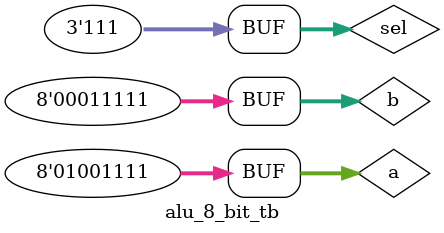
<source format=v>
module alu_8_bit(y, sel, a, b);
    output reg [7:0] y;
    input [2:0] sel;
    input [7:0] a, b;

    always @(sel, a, b) begin
        case(sel)
            3'b000  :   y = 8'b00000000;
            3'b001  :   y = a & b;
            3'b010  :   y = a | b;
            3'b011  :   y = a + b;
            3'b100  :   y = a - b;
            3'b101  :   y = a ^ b;
            3'b110  :   y = ~a;
            3'b111  :   y = 8'b11111111;

        endcase
    end
endmodule

module alu_8_bit_tb;
    reg [7:0] a, b;
    reg [2:0] sel;
    wire [7:0] y;
    
    //Instantiate UUT
    alu_8_bit UUT(y, sel, a, b);

    //stimulus block
    initial
        begin
            a = 8'b01001111;
            b = 8'b00011111;
            sel = 3'b000;
            repeat (7) #100 sel = sel + 1'b1; 
        end
    initial $monitor("a = %b, b = %b, sel = %b, y = %b", a, b, sel, y);
endmodule
</source>
